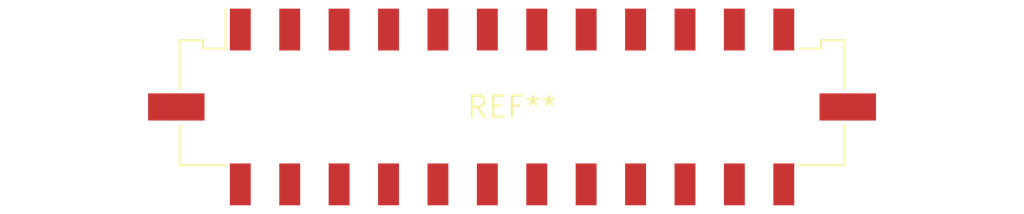
<source format=kicad_pcb>
(kicad_pcb (version 20240108) (generator pcbnew)
  (layers (0 "F.Cu" signal) (31 "B.Cu" signal) (34 "B.Paste" user) (35 "F.Paste" user) (36 "B.SilkS" user "B.Silkscreen") (37 "F.SilkS" user "F.Silkscreen") (38 "B.Mask" user) (39 "F.Mask" user) (44 "Edge.Cuts" user))
  (net 0 "")
  (footprint "Molex_Micro-Fit_3.0_43045-2418_2x12-1MP_P3.00mm_Vertical" (layer "F.Cu") (at 0 0)
    (property "Reference" "REF**")
    (property "Value" "Molex_Micro-Fit_3.0_43045-2418_2x12-1MP_P3.00mm_Vertical")
    (fp_line (start -20.185 -4.05) (end -18.765 -4.05) (layer "F.SilkS") (stroke (width 0.12)))
    (fp_line (start -20.185 -1.085) (end -20.185 -4.05) (layer "F.SilkS") (stroke (width 0.12)))
    (fp_line (start -20.185 1.085) (end -20.185 3.54) (layer "F.SilkS") (stroke (width 0.12)))
    (fp_line (start -20.185 3.54) (end -17.395 3.54) (layer "F.SilkS") (stroke (width 0.12)))
    (fp_line (start -18.765 -4.05) (end -18.765 -3.55) (layer "F.SilkS") (stroke (width 0.12)))
    (fp_line (start -18.765 -3.55) (end -17.395 -3.55) (layer "F.SilkS") (stroke (width 0.12)))
    (fp_line (start -17.395 -3.55) (end -17.395 -5.97) (layer "F.SilkS") (stroke (width 0.12)))
    (fp_line (start 18.765 -4.05) (end 18.765 -3.55) (layer "F.SilkS") (stroke (width 0.12)))
    (fp_line (start 18.765 -3.55) (end 17.395 -3.55) (layer "F.SilkS") (stroke (width 0.12)))
    (fp_line (start 20.185 -4.05) (end 18.765 -4.05) (layer "F.SilkS") (stroke (width 0.12)))
    (fp_line (start 20.185 -1.085) (end 20.185 -4.05) (layer "F.SilkS") (stroke (width 0.12)))
    (fp_line (start 20.185 1.085) (end 20.185 3.54) (layer "F.SilkS") (stroke (width 0.12)))
    (fp_line (start 20.185 3.54) (end 17.395 3.54) (layer "F.SilkS") (stroke (width 0.12)))
    (pad "1" smd rect (at -16.5 -4.7) (size 1.27 2.54) (layers "F.Cu" "F.Paste" "F.Mask"))
    (pad "2" smd rect (at -13.5 -4.7) (size 1.27 2.54) (layers "F.Cu" "F.Paste" "F.Mask"))
    (pad "3" smd rect (at -10.5 -4.7) (size 1.27 2.54) (layers "F.Cu" "F.Paste" "F.Mask"))
    (pad "4" smd rect (at -7.5 -4.7) (size 1.27 2.54) (layers "F.Cu" "F.Paste" "F.Mask"))
    (pad "5" smd rect (at -4.5 -4.7) (size 1.27 2.54) (layers "F.Cu" "F.Paste" "F.Mask"))
    (pad "6" smd rect (at -1.5 -4.7) (size 1.27 2.54) (layers "F.Cu" "F.Paste" "F.Mask"))
    (pad "7" smd rect (at 1.5 -4.7) (size 1.27 2.54) (layers "F.Cu" "F.Paste" "F.Mask"))
    (pad "8" smd rect (at 4.5 -4.7) (size 1.27 2.54) (layers "F.Cu" "F.Paste" "F.Mask"))
    (pad "9" smd rect (at 7.5 -4.7) (size 1.27 2.54) (layers "F.Cu" "F.Paste" "F.Mask"))
    (pad "10" smd rect (at 10.5 -4.7) (size 1.27 2.54) (layers "F.Cu" "F.Paste" "F.Mask"))
    (pad "11" smd rect (at 13.5 -4.7) (size 1.27 2.54) (layers "F.Cu" "F.Paste" "F.Mask"))
    (pad "12" smd rect (at 16.5 -4.7) (size 1.27 2.54) (layers "F.Cu" "F.Paste" "F.Mask"))
    (pad "13" smd rect (at -16.5 4.7) (size 1.27 2.54) (layers "F.Cu" "F.Paste" "F.Mask"))
    (pad "14" smd rect (at -13.5 4.7) (size 1.27 2.54) (layers "F.Cu" "F.Paste" "F.Mask"))
    (pad "15" smd rect (at -10.5 4.7) (size 1.27 2.54) (layers "F.Cu" "F.Paste" "F.Mask"))
    (pad "16" smd rect (at -7.5 4.7) (size 1.27 2.54) (layers "F.Cu" "F.Paste" "F.Mask"))
    (pad "17" smd rect (at -4.5 4.7) (size 1.27 2.54) (layers "F.Cu" "F.Paste" "F.Mask"))
    (pad "18" smd rect (at -1.5 4.7) (size 1.27 2.54) (layers "F.Cu" "F.Paste" "F.Mask"))
    (pad "19" smd rect (at 1.5 4.7) (size 1.27 2.54) (layers "F.Cu" "F.Paste" "F.Mask"))
    (pad "20" smd rect (at 4.5 4.7) (size 1.27 2.54) (layers "F.Cu" "F.Paste" "F.Mask"))
    (pad "21" smd rect (at 7.5 4.7) (size 1.27 2.54) (layers "F.Cu" "F.Paste" "F.Mask"))
    (pad "22" smd rect (at 10.5 4.7) (size 1.27 2.54) (layers "F.Cu" "F.Paste" "F.Mask"))
    (pad "23" smd rect (at 13.5 4.7) (size 1.27 2.54) (layers "F.Cu" "F.Paste" "F.Mask"))
    (pad "24" smd rect (at 16.5 4.7) (size 1.27 2.54) (layers "F.Cu" "F.Paste" "F.Mask"))
    (pad "MP" smd rect (at -20.385 0) (size 3.43 1.65) (layers "F.Cu" "F.Paste" "F.Mask"))
    (pad "MP" smd rect (at 20.385 0) (size 3.43 1.65) (layers "F.Cu" "F.Paste" "F.Mask"))
  )
)
</source>
